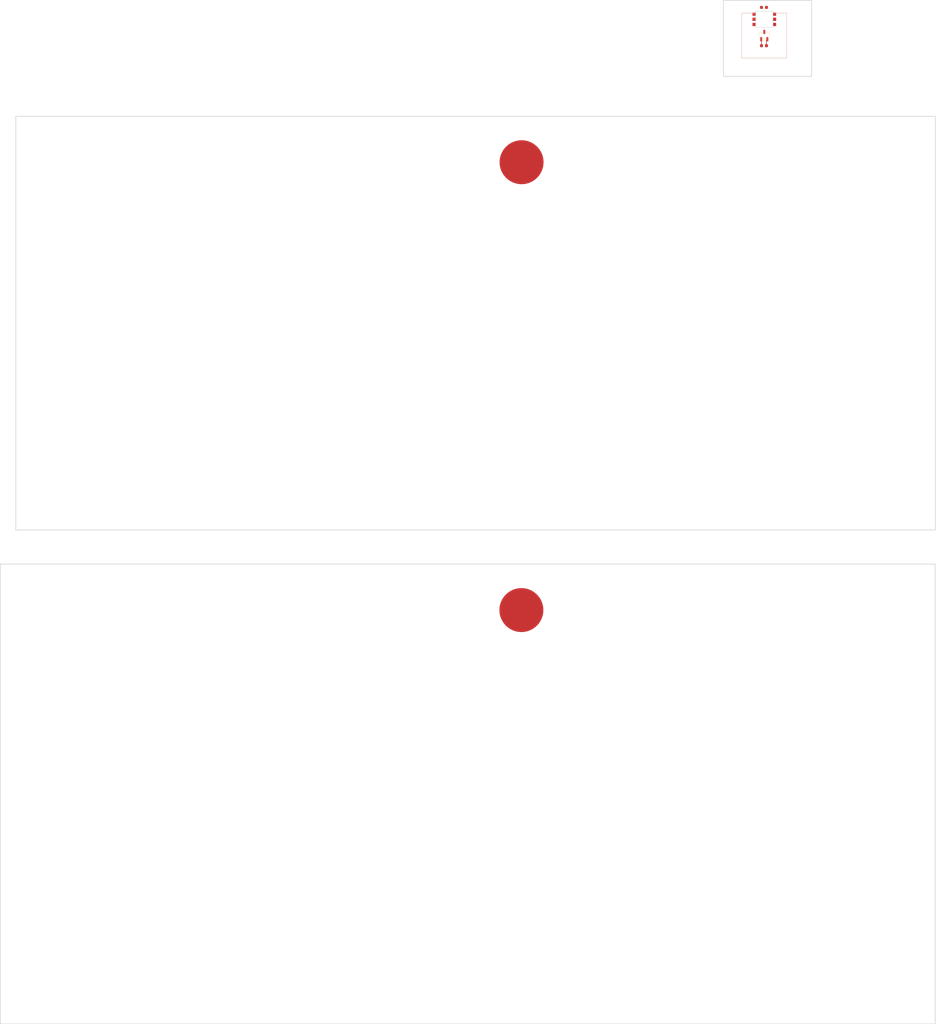
<source format=kicad_pcb>
(kicad_pcb (version 20241229) (generator "pcbnew") (generator_version "9.0")
  (layers (0 "F.Cu" signal) (2 "B.Cu" signal) (13 "F.Paste" user) (15 "B.Paste" user) (5 "F.SilkS" user "F.Silkscreen") (7 "B.SilkS" user "B.Silkscreen") (1 "F.Mask" user) (3 "B.Mask" user) (25 "Edge.Cuts" user))
  (net 0 "")
  (net 1 "Net-(U2-VCC)")
  (net 2 "Net-(U2-GND)")
  (footprint "Harmora_PCB_lib:APA102 LED" (layer "F.Cu") (at -79 -91.55)
    (property "Reference" "REF**" (hide yes))
    (property "Value" "APA102 LED" (hide yes))
    (fp_rect (start -2.675 -2.5) (end 2.675 2.5) (stroke (width 0.12)) (fill no) (layer "Edge.Cuts"))
    (pad "1" smd rect (at 3.18 -1.6 180) (size 1 1) (layers "F.Cu" "F.Mask" "F.Paste") (clearance 0.01))
    (pad "2" smd rect (at 3.18 0 180) (size 1 1) (layers "F.Cu" "F.Mask" "F.Paste") (clearance 0.01))
    (pad "3" smd rect (at 3.18 1.6 180) (size 1 1) (layers "F.Cu" "F.Mask" "F.Paste"))
    (pad "4" smd rect (at -3.18 1.6 180) (size 1 1) (layers "F.Cu" "F.Mask" "F.Paste"))
    (pad "5" smd rect (at -3.18 0 180) (size 1 1) (layers "F.Cu" "F.Mask" "F.Paste"))
    (pad "6" smd rect (at -3.18 -1.6 180) (size 1 1) (layers "F.Cu" "F.Mask" "F.Paste"))
  )
  (footprint "Harmora_PCB_lib:0603_C" (layer "F.Cu") (at -79.1 -95.25)
    (property "Reference" "REF**" (hide yes))
    (property "Value" "0603_C" (hide yes))
    (fp_line (start -0.14058 -0.51) (end 0.14058 -0.51) (stroke (width 0.12)) (layer "F.SilkS"))
    (fp_line (start -0.14058 0.51) (end 0.14058 0.51) (stroke (width 0.12)) (layer "F.SilkS"))
    (pad "1" smd roundrect (at -0.775 0) (size 0.9 0.95) (layers "F.Cu" "F.Mask" "F.Paste"))
    (pad "2" smd roundrect (at 0.775 0) (size 0.9 0.95) (layers "F.Cu" "F.Mask" "F.Paste"))
  )
  (footprint "Harmora_PCB_lib:SLSS49E-3 Hall Sensor (SOT-23-3)" (layer "F.Cu") (at -79 -86.5)
    (property "Reference" "U2" (hide yes))
    (property "Value" "SS49E" (hide yes))
    (fp_line (start -1.56 -0.91) (end -0.56 -0.91) (stroke (width 0.12)) (layer "F.SilkS"))
    (fp_line (start -1.56 0.91) (end -1.56 -0.91) (stroke (width 0.12)) (layer "F.SilkS"))
    (fp_line (start -1.51 0.91) (end -1.56 0.91) (stroke (width 0.12)) (layer "F.SilkS"))
    (fp_line (start 0.39 0.91) (end -0.39 0.91) (stroke (width 0.12)) (layer "F.SilkS"))
    (fp_line (start 0.56 -0.91) (end 1.56 -0.91) (stroke (width 0.12)) (layer "F.SilkS"))
    (fp_line (start 1.56 -0.91) (end 1.56 0.91) (stroke (width 0.12)) (layer "F.SilkS"))
    (fp_line (start 1.56 0.91) (end 1.51 0.91) (stroke (width 0.12)) (layer "F.SilkS"))
    (fp_poly (pts (xy -0.38 1.45) (xy -0.05 1.21) (xy -0.05 1.69)) (stroke (width 0.12)) (fill yes) (layer "F.SilkS"))
    (pad "1" smd roundrect (at -0.95 1.1375 90) (size 1.325 0.6) (layers "F.Cu" "F.Mask" "F.Paste") (net 1 "Net-(U2-VCC)"))
    (pad "2" smd roundrect (at 0 -1.1375 90) (size 1.325 0.6) (layers "F.Cu" "F.Mask" "F.Paste"))
    (pad "3" smd roundrect (at 0.95 1.1375 90) (size 1.325 0.6) (layers "F.Cu" "F.Mask" "F.Paste") (net 2 "Net-(U2-GND)"))
  )
  (footprint "Harmora_PCB_lib:0603_C" (layer "F.Cu") (at -79.1 -83.35)
    (property "Reference" "C1" (hide yes))
    (property "Value" "100nF" (hide yes))
    (fp_line (start -0.14058 -0.51) (end 0.14058 -0.51) (stroke (width 0.12)) (layer "F.SilkS"))
    (fp_line (start -0.14058 0.51) (end 0.14058 0.51) (stroke (width 0.12)) (layer "F.SilkS"))
    (pad "1" smd roundrect (at -0.775 0) (size 0.9 0.95) (layers "F.Cu" "F.Mask" "F.Paste") (net 1 "Net-(U2-VCC)"))
    (pad "2" smd roundrect (at 0.775 0) (size 0.9 0.95) (layers "F.Cu" "F.Mask" "F.Paste") (net 2 "Net-(U2-GND)"))
  )
  (footprint "Harmora_PCB_lib:Magnetic Switch" (layer "B.Cu") (at -79 -86.5 180)
    (property "Reference" "REF**" (hide yes))
    (property "Value" "Magnetic Switch" (hide yes))
    (fp_line (start 6.985 6.985) (end 6.985 -6.985) (stroke (width 0.12)) (layer "B.SilkS"))
    (fp_line (start 6.985 6.985) (end 3 6.985) (stroke (width 0.12)) (layer "B.SilkS"))
    (fp_line (start 6.985 -6.985) (end -6.985 -6.985) (stroke (width 0.12)) (layer "B.SilkS"))
    (fp_line (start -6.985 6.985) (end -3 6.985) (stroke (width 0.12)) (layer "B.SilkS"))
    (fp_line (start -6.985 -6.985) (end -6.985 6.985) (stroke (width 0.12)) (layer "B.SilkS"))
    (pad "" np_thru_hole circle (at -5.08 0 180) (size 1.7 1.7) (drill 1.7) (layers "*.Cu" "*.Mask"))
    (pad "" np_thru_hole circle (at 5.08 0 180) (size 1.7 1.7) (drill 1.7) (layers "*.Cu" "*.Mask"))
  )
  (gr_circle (center -154.4875 92.0125) (end -149.725 96.775) (stroke (width 0.2)) (fill yes) (layer "F.Cu"))
  (gr_circle (center -154.429834 -47.145409) (end -149.667334 -42.382909) (stroke (width 0.2)) (fill yes) (layer "F.Cu"))
  (gr_rect (start -316.4125 77.725) (end -25.9 220.6) (stroke (width 0.2)) (fill no) (layer "Edge.Cuts"))
  (gr_rect (start -311.592334 -61.432909) (end -25.842334 67.154591) (stroke (width 0.2)) (fill no) (layer "Edge.Cuts"))
  (gr_rect (start -91.7 -97.45) (end -64.3 -73.85) (stroke (width 0.2)) (fill no) (layer "Edge.Cuts"))
  (segment (start -79.875 -83.35) (end -79.875 -85.2875) (width 0.2) (layer "F.Cu") (net 1))
  (segment (start -79.875 -85.2875) (end -79.95 -85.3625) (width 0.2) (layer "F.Cu") (net 1))
  (segment (start -78.325 -83.35) (end -78.325 -85.0875) (width 0.2) (layer "F.Cu") (net 2))
  (segment (start -78.325 -85.0875) (end -78.05 -85.3625) (width 0.2) (layer "F.Cu") (net 2))
)
</source>
